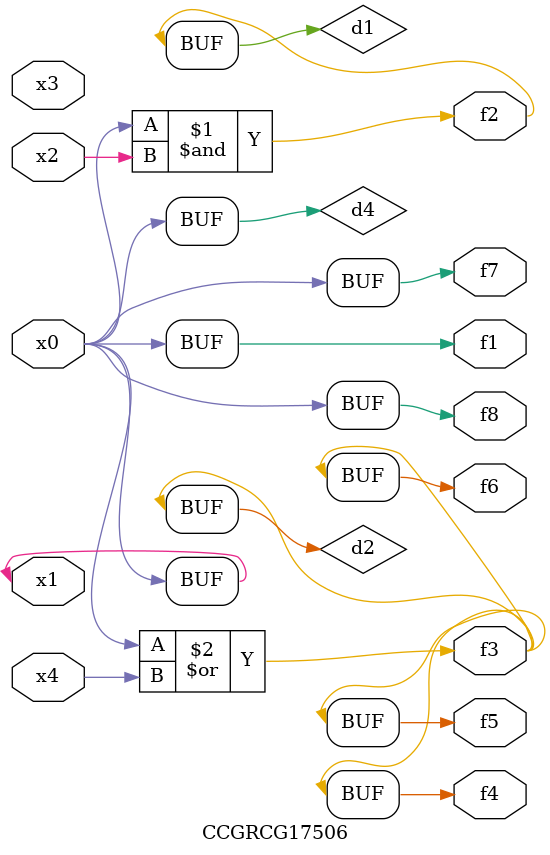
<source format=v>
module CCGRCG17506(
	input x0, x1, x2, x3, x4,
	output f1, f2, f3, f4, f5, f6, f7, f8
);

	wire d1, d2, d3, d4;

	and (d1, x0, x2);
	or (d2, x0, x4);
	nand (d3, x0, x2);
	buf (d4, x0, x1);
	assign f1 = d4;
	assign f2 = d1;
	assign f3 = d2;
	assign f4 = d2;
	assign f5 = d2;
	assign f6 = d2;
	assign f7 = d4;
	assign f8 = d4;
endmodule

</source>
